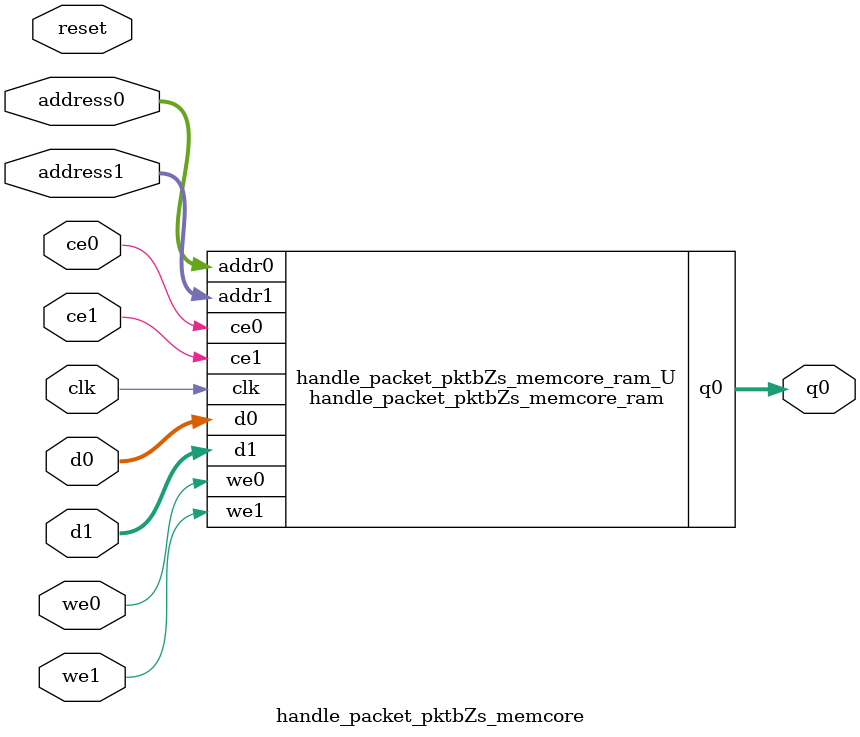
<source format=v>

`timescale 1 ns / 1 ps
module handle_packet_pktbZs_memcore_ram (addr0, ce0, d0, we0, q0, addr1, ce1, d1, we1,  clk);

parameter DWIDTH = 64;
parameter AWIDTH = 3;
parameter MEM_SIZE = 7;

input[AWIDTH-1:0] addr0;
input ce0;
input[DWIDTH-1:0] d0;
input we0;
output reg[DWIDTH-1:0] q0;
input[AWIDTH-1:0] addr1;
input ce1;
input[DWIDTH-1:0] d1;
input we1;
input clk;

(* ram_style = "block" *)reg [DWIDTH-1:0] ram[0:MEM_SIZE-1];




always @(posedge clk)  
begin 
    if (ce0) 
    begin
        if (we0) 
        begin 
            ram[addr0] <= d0; 
            q0 <= d0;
        end 
        else 
            q0 <= ram[addr0];
    end
end


always @(posedge clk)  
begin 
    if (ce1) 
    begin
        if (we1) 
        begin 
            ram[addr1] <= d1; 
        end 
    end
end


endmodule


`timescale 1 ns / 1 ps
module handle_packet_pktbZs_memcore(
    reset,
    clk,
    address0,
    ce0,
    we0,
    d0,
    q0,
    address1,
    ce1,
    we1,
    d1);

parameter DataWidth = 32'd64;
parameter AddressRange = 32'd7;
parameter AddressWidth = 32'd3;
input reset;
input clk;
input[AddressWidth - 1:0] address0;
input ce0;
input we0;
input[DataWidth - 1:0] d0;
output[DataWidth - 1:0] q0;
input[AddressWidth - 1:0] address1;
input ce1;
input we1;
input[DataWidth - 1:0] d1;



handle_packet_pktbZs_memcore_ram handle_packet_pktbZs_memcore_ram_U(
    .clk( clk ),
    .addr0( address0 ),
    .ce0( ce0 ),
    .d0( d0 ),
    .we0( we0 ),
    .q0( q0 ),
    .addr1( address1 ),
    .ce1( ce1 ),
    .d1( d1 ),
    .we1( we1 ));

endmodule


</source>
